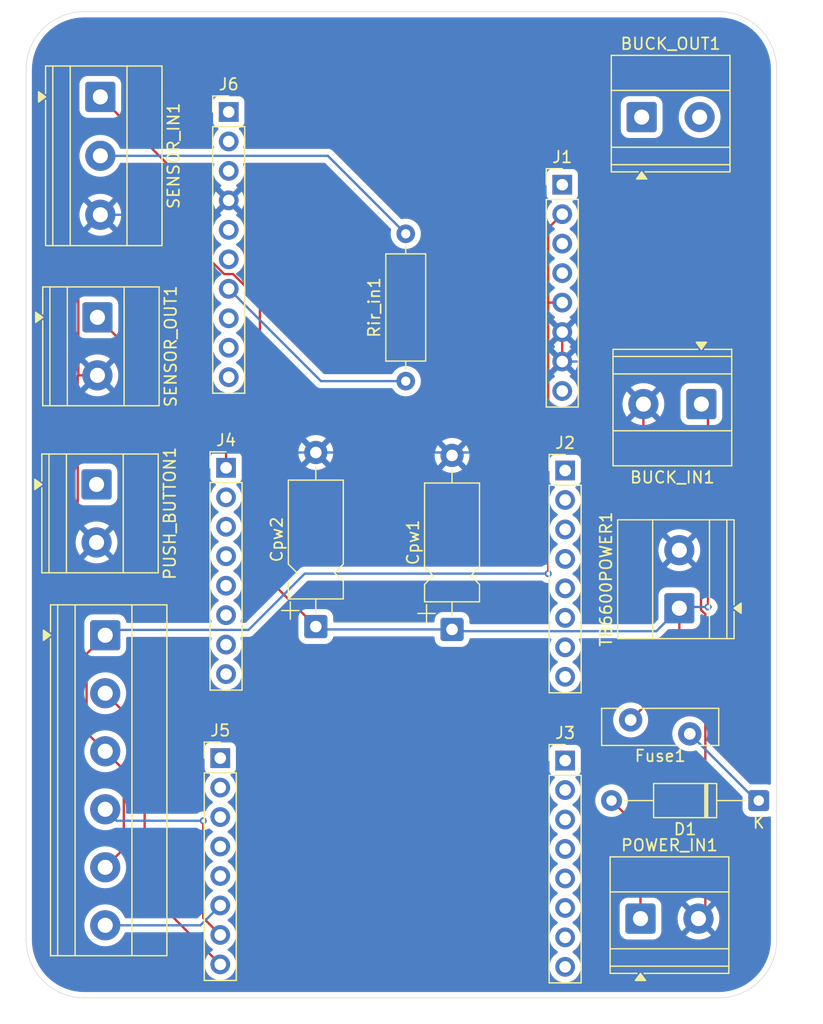
<source format=kicad_pcb>
(kicad_pcb (version 20241229) (generator "pcbnew") (generator_version "9.0")
  (layers (0 "F.Cu" signal) (2 "B.Cu" signal) (13 "F.Paste" user) (15 "B.Paste" user) (5 "F.SilkS" user "F.Silkscreen") (7 "B.SilkS" user "B.Silkscreen") (1 "F.Mask" user) (3 "B.Mask" user) (25 "Edge.Cuts" user))
  (net 0 "")
  (net 1 "GND")
  (net 2 "/24V")
  (net 3 "Net-(D1-K)")
  (net 4 "Net-(D1-A)")
  (net 5 "/5V")
  (net 28 "/S{slash}S button")
  (net 29 "/IR_OUT")
  (net 34 "/EN")
  (net 36 "/PUL")
  (net 39 "/DIR")
  (net 41 "/SCL")
  (net 44 "/SDA")
  (net 45 "/IR_IN")
  (net 50 "Net-(SENSOR_IN1-Pin_2)")
  (footprint "TerminalBlock_Phoenix:TerminalBlock_Phoenix_MKDS-1,5-2_1x02_P5.00mm_Horizontal" (layer "F.Cu") (at 165.25 99.0775 180)
    (property "Reference" "BUCK_IN1" (at 2.5 -6.32 0) (layer "F.SilkS"))
    (property "Value" "IN24V")
    (fp_line (start 7.62 4.72) (end 0.3 4.72) (stroke (width 0.12)) (layer "F.SilkS"))
    (fp_line (start 7.62 -5.32) (end 7.62 4.72) (stroke (width 0.12)) (layer "F.SilkS"))
    (fp_line (start -0.3 4.72) (end -2.62 4.72) (stroke (width 0.12)) (layer "F.SilkS"))
    (fp_line (start -2.62 4.72) (end -2.62 -5.32) (stroke (width 0.12)) (layer "F.SilkS"))
    (fp_line (start -2.62 4.1) (end 7.62 4.1) (stroke (width 0.12)) (layer "F.SilkS"))
    (fp_line (start -2.62 2.6) (end 7.62 2.6) (stroke (width 0.12)) (layer "F.SilkS"))
    (fp_line (start -2.62 -2.3) (end 7.62 -2.3) (stroke (width 0.12)) (layer "F.SilkS"))
    (fp_line (start -2.62 -5.32) (end 7.62 -5.32) (stroke (width 0.12)) (layer "F.SilkS"))
    (fp_poly (pts (xy 0 4.72) (xy 0.44 5.33) (xy -0.44 5.33)) (stroke (width 0.12)) (fill yes) (layer "F.SilkS"))
    (pad "1" thru_hole roundrect (at 0 0 180) (size 2.6 2.6) (drill 1.3) (layers "*.Cu" "*.Mask") (roundrect_rratio 0.096154) (net 2 "/24V"))
    (pad "2" thru_hole circle (at 5 0 180) (size 2.6 2.6) (drill 1.3) (layers "*.Cu" "*.Mask") (net 1 "GND"))
  )
  (footprint "Capacitor_THT:CP_Axial_L10.0mm_D4.5mm_P15.00mm_Horizontal" (layer "F.Cu") (at 131.9925 118.25 90)
    (property "Reference" "Cpw2" (at 7.5 -3.37 90) (layer "F.SilkS"))
    (property "Value" "0.1uF")
    (fp_line (start 1.38 -2.95) (end 1.38 -1.45) (stroke (width 0.12)) (layer "F.SilkS"))
    (fp_line (start 12.62 -2.37) (end 12.62 2.37) (stroke (width 0.12)) (layer "F.SilkS"))
    (fp_line (start 5.38 -2.37) (end 12.62 -2.37) (stroke (width 0.12)) (layer "F.SilkS"))
    (fp_line (start 3.88 -2.37) (end 4.63 -1.62) (stroke (width 0.12)) (layer "F.SilkS"))
    (fp_line (start 2.38 -2.37) (end 3.88 -2.37) (stroke (width 0.12)) (layer "F.SilkS"))
    (fp_line (start 2.38 -2.37) (end 2.38 2.37) (stroke (width 0.12)) (layer "F.SilkS"))
    (fp_line (start 0.63 -2.2) (end 2.13 -2.2) (stroke (width 0.12)) (layer "F.SilkS"))
    (fp_line (start 4.63 -1.62) (end 5.38 -2.37) (stroke (width 0.12)) (layer "F.SilkS"))
    (fp_line (start 13.76 0) (end 12.62 0) (stroke (width 0.12)) (layer "F.SilkS"))
    (fp_line (start 1.24 0) (end 2.38 0) (stroke (width 0.12)) (layer "F.SilkS"))
    (fp_line (start 4.63 1.62) (end 5.38 2.37) (stroke (width 0.12)) (layer "F.SilkS"))
    (fp_line (start 5.38 2.37) (end 12.62 2.37) (stroke (width 0.12)) (layer "F.SilkS"))
    (fp_line (start 3.88 2.37) (end 4.63 1.62) (stroke (width 0.12)) (layer "F.SilkS"))
    (fp_line (start 2.38 2.37) (end 3.88 2.37) (stroke (width 0.12)) (layer "F.SilkS"))
    (pad "1" thru_hole roundrect (at 0 0 90) (size 2 2) (drill 1) (layers "*.Cu" "*.Mask") (roundrect_rratio 0.125) (net 2 "/24V"))
    (pad "2" thru_hole circle (at 15 0 90) (size 2 2) (drill 1) (layers "*.Cu" "*.Mask") (net 1 "GND"))
  )
  (footprint "Connector_PinHeader_2.54mm:PinHeader_1x08_P2.54mm_Vertical" (layer "F.Cu") (at 153.25 80.17)
    (property "Reference" "J1" (at 0 -2.38 0) (layer "F.SilkS"))
    (property "Value" "Conn_01x08_Pin" (hide yes))
    (fp_line (start -1.38 -1.38) (end 0 -1.38) (stroke (width 0.12)) (layer "F.SilkS"))
    (fp_line (start -1.38 0) (end -1.38 -1.38) (stroke (width 0.12)) (layer "F.SilkS"))
    (fp_line (start -1.38 1.27) (end -1.38 19.16) (stroke (width 0.12)) (layer "F.SilkS"))
    (fp_line (start -1.38 1.27) (end 1.38 1.27) (stroke (width 0.12)) (layer "F.SilkS"))
    (fp_line (start -1.38 19.16) (end 1.38 19.16) (stroke (width 0.12)) (layer "F.SilkS"))
    (fp_line (start 1.38 1.27) (end 1.38 19.16) (stroke (width 0.12)) (layer "F.SilkS"))
    (pad "1" thru_hole rect (at 0 0) (size 1.7 1.7) (drill 1) (layers "*.Cu" "*.Mask"))
    (pad "2" thru_hole circle (at 0 2.54) (size 1.7 1.7) (drill 1) (layers "*.Cu" "*.Mask") (net 5 "/5V"))
    (pad "3" thru_hole circle (at 0 5.08) (size 1.7 1.7) (drill 1) (layers "*.Cu" "*.Mask"))
    (pad "4" thru_hole circle (at 0 7.62) (size 1.7 1.7) (drill 1) (layers "*.Cu" "*.Mask"))
    (pad "5" thru_hole circle (at 0 10.16) (size 1.7 1.7) (drill 1) (layers "*.Cu" "*.Mask") (net 5 "/5V"))
    (pad "6" thru_hole circle (at 0 12.7) (size 1.7 1.7) (drill 1) (layers "*.Cu" "*.Mask") (net 1 "GND"))
    (pad "7" thru_hole circle (at 0 15.24) (size 1.7 1.7) (drill 1) (layers "*.Cu" "*.Mask") (net 1 "GND"))
    (pad "8" thru_hole circle (at 0 17.78) (size 1.7 1.7) (drill 1) (layers "*.Cu" "*.Mask"))
  )
  (footprint "Resistor_THT:R_Axial_DIN0309_L9.0mm_D3.2mm_P12.70mm_Horizontal" (layer "F.Cu") (at 139.75 97.1 90)
    (property "Reference" "Rir_in1" (at 6.35 -2.72 90) (layer "F.SilkS"))
    (property "Value" "1KΩ")
    (fp_line (start 11.66 0) (end 10.97 0) (stroke (width 0.12)) (layer "F.SilkS"))
    (fp_line (start 1.04 0) (end 1.73 0) (stroke (width 0.12)) (layer "F.SilkS"))
    (fp_rect (start 1.73 -1.72) (end 10.97 1.72) (stroke (width 0.12)) (fill no) (layer "F.SilkS"))
    (pad "1" thru_hole circle (at 0 0 90) (size 1.6 1.6) (drill 0.8) (layers "*.Cu" "*.Mask") (net 45 "/IR_IN"))
    (pad "2" thru_hole circle (at 12.7 0 90) (size 1.6 1.6) (drill 0.8) (layers "*.Cu" "*.Mask") (net 50 "Net-(SENSOR_IN1-Pin_2)"))
  )
  (footprint "TerminalBlock_Phoenix:TerminalBlock_Phoenix_MKDS-1,5-2_1x02_P5.00mm_Horizontal" (layer "F.Cu") (at 160 143.4225)
    (property "Reference" "POWER_IN1" (at 2.5 -6.32 0) (layer "F.SilkS"))
    (property "Value" "IN24V")
    (fp_line (start -2.62 -5.32) (end 7.62 -5.32) (stroke (width 0.12)) (layer "F.SilkS"))
    (fp_line (start -2.62 -2.3) (end 7.62 -2.3) (stroke (width 0.12)) (layer "F.SilkS"))
    (fp_line (start -2.62 2.6) (end 7.62 2.6) (stroke (width 0.12)) (layer "F.SilkS"))
    (fp_line (start -2.62 4.1) (end 7.62 4.1) (stroke (width 0.12)) (layer "F.SilkS"))
    (fp_line (start -2.62 4.72) (end -2.62 -5.32) (stroke (width 0.12)) (layer "F.SilkS"))
    (fp_line (start -0.3 4.72) (end -2.62 4.72) (stroke (width 0.12)) (layer "F.SilkS"))
    (fp_line (start 7.62 -5.32) (end 7.62 4.72) (stroke (width 0.12)) (layer "F.SilkS"))
    (fp_line (start 7.62 4.72) (end 0.3 4.72) (stroke (width 0.12)) (layer "F.SilkS"))
    (fp_poly (pts (xy 0 4.72) (xy 0.44 5.33) (xy -0.44 5.33)) (stroke (width 0.12)) (fill yes) (layer "F.SilkS"))
    (pad "1" thru_hole roundrect (at 0 0) (size 2.6 2.6) (drill 1.3) (layers "*.Cu" "*.Mask") (roundrect_rratio 0.096154) (net 4 "Net-(D1-A)"))
    (pad "2" thru_hole circle (at 5 0) (size 2.6 2.6) (drill 1.3) (layers "*.Cu" "*.Mask") (net 1 "GND"))
  )
  (footprint "Fuse:Fuse_Bourns_MF-RG400" (layer "F.Cu") (at 164.25 127.5 180)
    (property "Reference" "Fuse1" (at 2.55 -1.9 0) (layer "F.SilkS"))
    (property "Value" "PTCFuse")
    (fp_line (start 7.6 2.2) (end 5.938 2.2) (stroke (width 0.12)) (layer "F.SilkS"))
    (fp_line (start 7.6 -1) (end 7.6 2.2) (stroke (width 0.12)) (layer "F.SilkS"))
    (fp_line (start 4.262 2.2) (end -2.5 2.2) (stroke (width 0.12)) (layer "F.SilkS"))
    (fp_line (start 0.838 -1) (end 7.6 -1) (stroke (width 0.12)) (layer "F.SilkS"))
    (fp_line (start -2.5 2.2) (end -2.5 -1) (stroke (width 0.12)) (layer "F.SilkS"))
    (fp_line (start -2.5 -1) (end -0.838 -1) (stroke (width 0.12)) (layer "F.SilkS"))
    (pad "1" thru_hole circle (at 0 0 180) (size 2.01 2.01) (drill 1.01) (layers "*.Cu" "*.Mask") (net 3 "Net-(D1-K)"))
    (pad "2" thru_hole circle (at 5.1 1.2 180) (size 2.01 2.01) (drill 1.01) (layers "*.Cu" "*.Mask") (net 2 "/24V"))
  )
  (footprint "Connector_PinHeader_2.54mm:PinHeader_1x08_P2.54mm_Vertical" (layer "F.Cu") (at 123.75 129.59)
    (property "Reference" "J5" (at 0 -2.38 0) (layer "F.SilkS"))
    (property "Value" "Conn_01x08_Pin" (hide yes))
    (fp_line (start -1.38 -1.38) (end 0 -1.38) (stroke (width 0.12)) (layer "F.SilkS"))
    (fp_line (start -1.38 0) (end -1.38 -1.38) (stroke (width 0.12)) (layer "F.SilkS"))
    (fp_line (start -1.38 1.27) (end -1.38 19.16) (stroke (width 0.12)) (layer "F.SilkS"))
    (fp_line (start -1.38 1.27) (end 1.38 1.27) (stroke (width 0.12)) (layer "F.SilkS"))
    (fp_line (start -1.38 19.16) (end 1.38 19.16) (stroke (width 0.12)) (layer "F.SilkS"))
    (fp_line (start 1.38 1.27) (end 1.38 19.16) (stroke (width 0.12)) (layer "F.SilkS"))
    (pad "1" thru_hole rect (at 0 0) (size 1.7 1.7) (drill 1) (layers "*.Cu" "*.Mask"))
    (pad "2" thru_hole circle (at 0 2.54) (size 1.7 1.7) (drill 1) (layers "*.Cu" "*.Mask"))
    (pad "3" thru_hole circle (at 0 5.08) (size 1.7 1.7) (drill 1) (layers "*.Cu" "*.Mask"))
    (pad "4" thru_hole circle (at 0 7.62) (size 1.7 1.7) (drill 1) (layers "*.Cu" "*.Mask"))
    (pad "5" thru_hole circle (at 0 10.16) (size 1.7 1.7) (drill 1) (layers "*.Cu" "*.Mask"))
    (pad "6" thru_hole circle (at 0 12.7) (size 1.7 1.7) (drill 1) (layers "*.Cu" "*.Mask") (net 34 "/EN"))
    (pad "7" thru_hole circle (at 0 15.24) (size 1.7 1.7) (drill 1) (layers "*.Cu" "*.Mask") (net 39 "/DIR"))
    (pad "8" thru_hole circle (at 0 17.78) (size 1.7 1.7) (drill 1) (layers "*.Cu" "*.Mask") (net 36 "/PUL"))
  )
  (footprint "Diode_THT:D_A-405_P12.70mm_Horizontal" (layer "F.Cu") (at 170.2 133.25 180)
    (property "Reference" "D1" (at 6.35 -2.47 0) (layer "F.SilkS"))
    (property "Value" "D1sch")
    (fp_line (start 11.56 0) (end 9.07 0) (stroke (width 0.12)) (layer "F.SilkS"))
    (fp_line (start 4.65 -1.47) (end 4.65 1.47) (stroke (width 0.12)) (layer "F.SilkS"))
    (fp_line (start 4.53 -1.47) (end 4.53 1.47) (stroke (width 0.12)) (layer "F.SilkS"))
    (fp_line (start 4.41 -1.47) (end 4.41 1.47) (stroke (width 0.12)) (layer "F.SilkS"))
    (fp_line (start 1.14 0) (end 3.63 0) (stroke (width 0.12)) (layer "F.SilkS"))
    (fp_rect (start 3.63 -1.47) (end 9.07 1.47) (stroke (width 0.12)) (fill no) (layer "F.SilkS"))
    (fp_text user "K" (at 0 -1.9 0) (layer "F.SilkS"))
    (pad "1" thru_hole roundrect (at 0 0 180) (size 1.8 1.8) (drill 0.9) (layers "*.Cu" "*.Mask") (roundrect_rratio 0.138889) (net 3 "Net-(D1-K)"))
    (pad "2" thru_hole circle (at 12.7 0 180) (size 1.8 1.8) (drill 0.9) (layers "*.Cu" "*.Mask") (net 4 "Net-(D1-A)"))
  )
  (footprint "Connector_PinHeader_2.54mm:PinHeader_1x08_P2.54mm_Vertical" (layer "F.Cu") (at 124.25 104.57)
    (property "Reference" "J4" (at 0 -2.38 0) (layer "F.SilkS"))
    (property "Value" "Conn_01x08_Pin" (hide yes))
    (fp_line (start -1.38 -1.38) (end 0 -1.38) (stroke (width 0.12)) (layer "F.SilkS"))
    (fp_line (start -1.38 0) (end -1.38 -1.38) (stroke (width 0.12)) (layer "F.SilkS"))
    (fp_line (start -1.38 1.27) (end -1.38 19.16) (stroke (width 0.12)) (layer "F.SilkS"))
    (fp_line (start -1.38 1.27) (end 1.38 1.27) (stroke (width 0.12)) (layer "F.SilkS"))
    (fp_line (start -1.38 19.16) (end 1.38 19.16) (stroke (width 0.12)) (layer "F.SilkS"))
    (fp_line (start 1.38 1.27) (end 1.38 19.16) (stroke (width 0.12)) (layer "F.SilkS"))
    (pad "1" thru_hole rect (at 0 0) (size 1.7 1.7) (drill 1) (layers "*.Cu" "*.Mask") (net 29 "/IR_OUT"))
    (pad "2" thru_hole circle (at 0 2.54) (size 1.7 1.7) (drill 1) (layers "*.Cu" "*.Mask"))
    (pad "3" thru_hole circle (at 0 5.08) (size 1.7 1.7) (drill 1) (layers "*.Cu" "*.Mask"))
    (pad "4" thru_hole circle (at 0 7.62) (size 1.7 1.7) (drill 1) (layers "*.Cu" "*.Mask"))
    (pad "5" thru_hole circle (at 0 10.16) (size 1.7 1.7) (drill 1) (layers "*.Cu" "*.Mask"))
    (pad "6" thru_hole circle (at 0 12.7) (size 1.7 1.7) (drill 1) (layers "*.Cu" "*.Mask"))
    (pad "7" thru_hole circle (at 0 15.24) (size 1.7 1.7) (drill 1) (layers "*.Cu" "*.Mask"))
    (pad "8" thru_hole circle (at 0 17.78) (size 1.7 1.7) (drill 1) (layers "*.Cu" "*.Mask"))
  )
  (footprint "TerminalBlock_Phoenix:TerminalBlock_Phoenix_MKDS-1,5-3-5.08_1x03_P5.08mm_Horizontal" (layer "F.Cu") (at 113.405 72.6 -90)
    (property "Reference" "SENSOR_IN1" (at 5.08 -6.32 90) (layer "F.SilkS"))
    (property "Value" "~")
    (fp_line (start -2.66 4.72) (end -2.66 -5.32) (stroke (width 0.12)) (layer "F.SilkS"))
    (fp_line (start -0.3 4.72) (end -2.66 4.72) (stroke (width 0.12)) (layer "F.SilkS"))
    (fp_line (start 12.82 4.72) (end 0.3 4.72) (stroke (width 0.12)) (layer "F.SilkS"))
    (fp_line (start -2.66 4.1) (end 12.82 4.1) (stroke (width 0.12)) (layer "F.SilkS"))
    (fp_line (start -2.66 2.6) (end 12.82 2.6) (stroke (width 0.12)) (layer "F.SilkS"))
    (fp_line (start -2.66 -2.3) (end 12.82 -2.3) (stroke (width 0.12)) (layer "F.SilkS"))
    (fp_line (start -2.66 -5.32) (end 12.82 -5.32) (stroke (width 0.12)) (layer "F.SilkS"))
    (fp_line (start 12.82 -5.32) (end 12.82 4.72) (stroke (width 0.12)) (layer "F.SilkS"))
    (fp_poly (pts (xy 0 4.72) (xy 0.44 5.33) (xy -0.44 5.33)) (stroke (width 0.12)) (fill yes) (layer "F.SilkS"))
    (pad "1" thru_hole roundrect (at 0 0 270) (size 2.6 2.6) (drill 1.3) (layers "*.Cu" "*.Mask") (roundrect_rratio 0.096154) (net 2 "/24V"))
    (pad "2" thru_hole circle (at 5.08 0 270) (size 2.6 2.6) (drill 1.3) (layers "*.Cu" "*.Mask") (net 50 "Net-(SENSOR_IN1-Pin_2)"))
    (pad "3" thru_hole circle (at 10.16 0 270) (size 2.6 2.6) (drill 1.3) (layers "*.Cu" "*.Mask") (net 1 "GND"))
  )
  (footprint "Capacitor_THT:CP_Axial_L10.0mm_D4.5mm_P15.00mm_Horizontal" (layer "F.Cu") (at 143.7425 118.5 90)
    (property "Reference" "Cpw1" (at 7.5 -3.37 90) (layer "F.SilkS"))
    (property "Value" "470uF")
    (fp_line (start 1.38 -2.95) (end 1.38 -1.45) (stroke (width 0.12)) (layer "F.SilkS"))
    (fp_line (start 12.62 -2.37) (end 12.62 2.37) (stroke (width 0.12)) (layer "F.SilkS"))
    (fp_line (start 5.38 -2.37) (end 12.62 -2.37) (stroke (width 0.12)) (layer "F.SilkS"))
    (fp_line (start 3.88 -2.37) (end 4.63 -1.62) (stroke (width 0.12)) (layer "F.SilkS"))
    (fp_line (start 2.38 -2.37) (end 3.88 -2.37) (stroke (width 0.12)) (layer "F.SilkS"))
    (fp_line (start 2.38 -2.37) (end 2.38 2.37) (stroke (width 0.12)) (layer "F.SilkS"))
    (fp_line (start 0.63 -2.2) (end 2.13 -2.2) (stroke (width 0.12)) (layer "F.SilkS"))
    (fp_line (start 4.63 -1.62) (end 5.38 -2.37) (stroke (width 0.12)) (layer "F.SilkS"))
    (fp_line (start 13.76 0) (end 12.62 0) (stroke (width 0.12)) (layer "F.SilkS"))
    (fp_line (start 1.24 0) (end 2.38 0) (stroke (width 0.12)) (layer "F.SilkS"))
    (fp_line (start 4.63 1.62) (end 5.38 2.37) (stroke (width 0.12)) (layer "F.SilkS"))
    (fp_line (start 5.38 2.37) (end 12.62 2.37) (stroke (width 0.12)) (layer "F.SilkS"))
    (fp_line (start 3.88 2.37) (end 4.63 1.62) (stroke (width 0.12)) (layer "F.SilkS"))
    (fp_line (start 2.38 2.37) (end 3.88 2.37) (stroke (width 0.12)) (layer "F.SilkS"))
    (pad "1" thru_hole roundrect (at 0 0 90) (size 2 2) (drill 1) (layers "*.Cu" "*.Mask") (roundrect_rratio 0.125) (net 2 "/24V"))
    (pad "2" thru_hole circle (at 15 0 90) (size 2 2) (drill 1) (layers "*.Cu" "*.Mask") (net 1 "GND"))
  )
  (footprint "TerminalBlock_Phoenix:TerminalBlock_Phoenix_MKDS-1,5-2_1x02_P5.00mm_Horizontal" (layer "F.Cu") (at 113.155 91.6 -90)
    (property "Reference" "SENSOR_OUT1" (at 2.5 -6.32 90) (layer "F.SilkS"))
    (property "Value" "~")
    (fp_line (start -2.62 4.72) (end -2.62 -5.32) (stroke (width 0.12)) (layer "F.SilkS"))
    (fp_line (start -0.3 4.72) (end -2.62 4.72) (stroke (width 0.12)) (layer "F.SilkS"))
    (fp_line (start 7.62 4.72) (end 0.3 4.72) (stroke (width 0.12)) (layer "F.SilkS"))
    (fp_line (start -2.62 4.1) (end 7.62 4.1) (stroke (width 0.12)) (layer "F.SilkS"))
    (fp_line (start -2.62 2.6) (end 7.62 2.6) (stroke (width 0.12)) (layer "F.SilkS"))
    (fp_line (start -2.62 -2.3) (end 7.62 -2.3) (stroke (width 0.12)) (layer "F.SilkS"))
    (fp_line (start -2.62 -5.32) (end 7.62 -5.32) (stroke (width 0.12)) (layer "F.SilkS"))
    (fp_line (start 7.62 -5.32) (end 7.62 4.72) (stroke (width 0.12)) (layer "F.SilkS"))
    (fp_poly (pts (xy 0 4.72) (xy 0.44 5.33) (xy -0.44 5.33)) (stroke (width 0.12)) (fill yes) (layer "F.SilkS"))
    (pad "1" thru_hole roundrect (at 0 0 270) (size 2.6 2.6) (drill 1.3) (layers "*.Cu" "*.Mask") (roundrect_rratio 0.096154) (net 29 "/IR_OUT"))
    (pad "2" thru_hole circle (at 5 0 270) (size 2.6 2.6) (drill 1.3) (layers "*.Cu" "*.Mask") (net 1 "GND"))
  )
  (footprint "Connector_PinHeader_2.54mm:PinHeader_1x08_P2.54mm_Vertical" (layer "F.Cu") (at 153.5 129.8)
    (property "Reference" "J3" (at 0 -2.38 0) (layer "F.SilkS"))
    (property "Value" "Conn_01x08_Pin" (hide yes))
    (fp_line (start -1.38 -1.38) (end 0 -1.38) (stroke (width 0.12)) (layer "F.SilkS"))
    (fp_line (start -1.38 0) (end -1.38 -1.38) (stroke (width 0.12)) (layer "F.SilkS"))
    (fp_line (start -1.38 1.27) (end -1.38 19.16) (stroke (width 0.12)) (layer "F.SilkS"))
    (fp_line (start -1.38 1.27) (end 1.38 1.27) (stroke (width 0.12)) (layer "F.SilkS"))
    (fp_line (start -1.38 19.16) (end 1.38 19.16) (stroke (width 0.12)) (layer "F.SilkS"))
    (fp_line (start 1.38 1.27) (end 1.38 19.16) (stroke (width 0.12)) (layer "F.SilkS"))
    (pad "1" thru_hole rect (at 0 0) (size 1.7 1.7) (drill 1) (layers "*.Cu" "*.Mask"))
    (pad "2" thru_hole circle (at 0 2.54) (size 1.7 1.7) (drill 1) (layers "*.Cu" "*.Mask"))
    (pad "3" thru_hole circle (at 0 5.08) (size 1.7 1.7) (drill 1) (layers "*.Cu" "*.Mask"))
    (pad "4" thru_hole circle (at 0 7.62) (size 1.7 1.7) (drill 1) (layers "*.Cu" "*.Mask"))
    (pad "5" thru_hole circle (at 0 10.16) (size 1.7 1.7) (drill 1) (layers "*.Cu" "*.Mask"))
    (pad "6" thru_hole circle (at 0 12.7) (size 1.7 1.7) (drill 1) (layers "*.Cu" "*.Mask"))
    (pad "7" thru_hole circle (at 0 15.24) (size 1.7 1.7) (drill 1) (layers "*.Cu" "*.Mask"))
    (pad "8" thru_hole circle (at 0 17.78) (size 1.7 1.7) (drill 1) (layers "*.Cu" "*.Mask"))
  )
  (footprint "Connector_PinHeader_2.54mm:PinHeader_1x10_P2.54mm_Vertical" (layer "F.Cu") (at 124.48 73.9)
    (property "Reference" "J6" (at 0 -2.38 0) (layer "F.SilkS"))
    (property "Value" "Conn_01x10_Pin" (hide yes))
    (fp_line (start -1.38 -1.38) (end 0 -1.38) (stroke (width 0.12)) (layer "F.SilkS"))
    (fp_line (start -1.38 0) (end -1.38 -1.38) (stroke (width 0.12)) (layer "F.SilkS"))
    (fp_line (start -1.38 1.27) (end -1.38 24.24) (stroke (width 0.12)) (layer "F.SilkS"))
    (fp_line (start -1.38 1.27) (end 1.38 1.27) (stroke (width 0.12)) (layer "F.SilkS"))
    (fp_line (start -1.38 24.24) (end 1.38 24.24) (stroke (width 0.12)) (layer "F.SilkS"))
    (fp_line (start 1.38 1.27) (end 1.38 24.24) (stroke (width 0.12)) (layer "F.SilkS"))
    (pad "1" thru_hole rect (at 0 0) (size 1.7 1.7) (drill 1) (layers "*.Cu" "*.Mask") (net 41 "/SCL"))
    (pad "2" thru_hole circle (at 0 2.54) (size 1.7 1.7) (drill 1) (layers "*.Cu" "*.Mask") (net 44 "/SDA"))
    (pad "3" thru_hole circle (at 0 5.08) (size 1.7 1.7) (drill 1) (layers "*.Cu" "*.Mask"))
    (pad "4" thru_hole circle (at 0 7.62) (size 1.7 1.7) (drill 1) (layers "*.Cu" "*.Mask") (net 1 "GND"))
    (pad "5" thru_hole circle (at 0 10.16) (size 1.7 1.7) (drill 1) (layers "*.Cu" "*.Mask"))
    (pad "6" thru_hole circle (at 0 12.7) (size 1.7 1.7) (drill 1) (layers "*.Cu" "*.Mask"))
    (pad "7" thru_hole circle (at 0 15.24) (size 1.7 1.7) (drill 1) (layers "*.Cu" "*.Mask") (net 45 "/IR_IN"))
    (pad "8" thru_hole circle (at 0 17.78) (size 1.7 1.7) (drill 1) (layers "*.Cu" "*.Mask"))
    (pad "9" thru_hole circle (at 0 20.32) (size 1.7 1.7) (drill 1) (layers "*.Cu" "*.Mask"))
    (pad "10" thru_hole circle (at 0 22.86) (size 1.7 1.7) (drill 1) (layers "*.Cu" "*.Mask"))
  )
  (footprint "TerminalBlock_Phoenix:TerminalBlock_Phoenix_MKDS-1,5-2_1x02_P5.00mm_Horizontal" (layer "F.Cu") (at 160.1 74.3425)
    (property "Reference" "BUCK_OUT1" (at 2.5 -6.32 0) (layer "F.SilkS"))
    (property "Value" "OUT12V")
    (fp_line (start -2.62 -5.32) (end 7.62 -5.32) (stroke (width 0.12)) (layer "F.SilkS"))
    (fp_line (start -2.62 -2.3) (end 7.62 -2.3) (stroke (width 0.12)) (layer "F.SilkS"))
    (fp_line (start -2.62 2.6) (end 7.62 2.6) (stroke (width 0.12)) (layer "F.SilkS"))
    (fp_line (start -2.62 4.1) (end 7.62 4.1) (stroke (width 0.12)) (layer "F.SilkS"))
    (fp_line (start -2.62 4.72) (end -2.62 -5.32) (stroke (width 0.12)) (layer "F.SilkS"))
    (fp_line (start -0.3 4.72) (end -2.62 4.72) (stroke (width 0.12)) (layer "F.SilkS"))
    (fp_line (start 7.62 -5.32) (end 7.62 4.72) (stroke (width 0.12)) (layer "F.SilkS"))
    (fp_line (start 7.62 4.72) (end 0.3 4.72) (stroke (width 0.12)) (layer "F.SilkS"))
    (fp_poly (pts (xy 0 4.72) (xy 0.44 5.33) (xy -0.44 5.33)) (stroke (width 0.12)) (fill yes) (layer "F.SilkS"))
    (pad "1" thru_hole roundrect (at 0 0) (size 2.6 2.6) (drill 1.3) (layers "*.Cu" "*.Mask") (roundrect_rratio 0.096154))
    (pad "2" thru_hole circle (at 5 0) (size 2.6 2.6) (drill 1.3) (layers "*.Cu" "*.Mask"))
  )
  (footprint "TerminalBlock_Phoenix:TerminalBlock_Phoenix_MKDS-1,5-2_1x02_P5.00mm_Horizontal" (layer "F.Cu") (at 163.35 116.67 90)
    (property "Reference" "TB6600POWER1" (at 2.5 -6.32 90) (layer "F.SilkS"))
    (property "Value" "POWER24V")
    (fp_line (start 7.62 -5.32) (end 7.62 4.72) (stroke (width 0.12)) (layer "F.SilkS"))
    (fp_line (start -2.62 -5.32) (end 7.62 -5.32) (stroke (width 0.12)) (layer "F.SilkS"))
    (fp_line (start -2.62 -2.3) (end 7.62 -2.3) (stroke (width 0.12)) (layer "F.SilkS"))
    (fp_line (start -2.62 2.6) (end 7.62 2.6) (stroke (width 0.12)) (layer "F.SilkS"))
    (fp_line (start -2.62 4.1) (end 7.62 4.1) (stroke (width 0.12)) (layer "F.SilkS"))
    (fp_line (start 7.62 4.72) (end 0.3 4.72) (stroke (width 0.12)) (layer "F.SilkS"))
    (fp_line (start -0.3 4.72) (end -2.62 4.72) (stroke (width 0.12)) (layer "F.SilkS"))
    (fp_line (start -2.62 4.72) (end -2.62 -5.32) (stroke (width 0.12)) (layer "F.SilkS"))
    (fp_poly (pts (xy 0 4.72) (xy 0.44 5.33) (xy -0.44 5.33)) (stroke (width 0.12)) (fill yes) (layer "F.SilkS"))
    (pad "1" thru_hole roundrect (at 0 0 90) (size 2.6 2.6) (drill 1.3) (layers "*.Cu" "*.Mask") (roundrect_rratio 0.096154) (net 2 "/24V"))
    (pad "2" thru_hole circle (at 5 0 90) (size 2.6 2.6) (drill 1.3) (layers "*.Cu" "*.Mask") (net 1 "GND"))
  )
  (footprint "Connector_PinHeader_2.54mm:PinHeader_1x08_P2.54mm_Vertical" (layer "F.Cu") (at 153.5 104.8)
    (property "Reference" "J2" (at 0 -2.38 0) (layer "F.SilkS"))
    (property "Value" "Conn_01x08_Pin" (hide yes))
    (fp_line (start -1.38 -1.38) (end 0 -1.38) (stroke (width 0.12)) (layer "F.SilkS"))
    (fp_line (start -1.38 0) (end -1.38 -1.38) (stroke (width 0.12)) (layer "F.SilkS"))
    (fp_line (start -1.38 1.27) (end -1.38 19.16) (stroke (width 0.12)) (layer "F.SilkS"))
    (fp_line (start -1.38 1.27) (end 1.38 1.27) (stroke (width 0.12)) (layer "F.SilkS"))
    (fp_line (start -1.38 19.16) (end 1.38 19.16) (stroke (width 0.12)) (layer "F.SilkS"))
    (fp_line (start 1.38 1.27) (end 1.38 19.16) (stroke (width 0.12)) (layer "F.SilkS"))
    (pad "1" thru_hole rect (at 0 0) (size 1.7 1.7) (drill 1) (layers "*.Cu" "*.Mask"))
    (pad "2" thru_hole circle (at 0 2.54) (size 1.7 1.7) (drill 1) (layers "*.Cu" "*.Mask"))
    (pad "3" thru_hole circle (at 0 5.08) (size 1.7 1.7) (drill 1) (layers "*.Cu" "*.Mask"))
    (pad "4" thru_hole circle (at 0 7.62) (size 1.7 1.7) (drill 1) (layers "*.Cu" "*.Mask"))
    (pad "5" thru_hole circle (at 0 10.16) (size 1.7 1.7) (drill 1) (layers "*.Cu" "*.Mask"))
    (pad "6" thru_hole circle (at 0 12.7) (size 1.7 1.7) (drill 1) (layers "*.Cu" "*.Mask"))
    (pad "7" thru_hole circle (at 0 15.24) (size 1.7 1.7) (drill 1) (layers "*.Cu" "*.Mask"))
    (pad "8" thru_hole circle (at 0 17.78) (size 1.7 1.7) (drill 1) (layers "*.Cu" "*.Mask"))
  )
  (footprint "TerminalBlock_Phoenix:TerminalBlock_Phoenix_MKDS-1,5-2_1x02_P5.00mm_Horizontal" (layer "F.Cu") (at 113.0775 106 -90)
    (property "Reference" "PUSH_BUTTON1" (at 2.5 -6.32 90) (layer "F.SilkS"))
    (property "Value" "~")
    (fp_line (start -2.62 4.72) (end -2.62 -5.32) (stroke (width 0.12)) (layer "F.SilkS"))
    (fp_line (start -0.3 4.72) (end -2.62 4.72) (stroke (width 0.12)) (layer "F.SilkS"))
    (fp_line (start 7.62 4.72) (end 0.3 4.72) (stroke (width 0.12)) (layer "F.SilkS"))
    (fp_line (start -2.62 4.1) (end 7.62 4.1) (stroke (width 0.12)) (layer "F.SilkS"))
    (fp_line (start -2.62 2.6) (end 7.62 2.6) (stroke (width 0.12)) (layer "F.SilkS"))
    (fp_line (start -2.62 -2.3) (end 7.62 -2.3) (stroke (width 0.12)) (layer "F.SilkS"))
    (fp_line (start -2.62 -5.32) (end 7.62 -5.32) (stroke (width 0.12)) (layer "F.SilkS"))
    (fp_line (start 7.62 -5.32) (end 7.62 4.72) (stroke (width 0.12)) (layer "F.SilkS"))
    (fp_poly (pts (xy 0 4.72) (xy 0.44 5.33) (xy -0.44 5.33)) (stroke (width 0.12)) (fill yes) (layer "F.SilkS"))
    (pad "1" thru_hole roundrect (at 0 0 270) (size 2.6 2.6) (drill 1.3) (layers "*.Cu" "*.Mask") (roundrect_rratio 0.096154) (net 28 "/S{slash}S button"))
    (pad "2" thru_hole circle (at 5 0 270) (size 2.6 2.6) (drill 1.3) (layers "*.Cu" "*.Mask") (net 1 "GND"))
  )
  (footprint "TerminalBlock_Phoenix:TerminalBlock_Phoenix_MKDS-1,5-6_1x06_P5.00mm_Horizontal" (layer "F.Cu") (at 113.8275 119 -90)
    (property "Reference" "TB6600CONTROL1" (hide yes))
    (property "Value" "CONTROL")
    (fp_line (start -2.62 4.72) (end -2.62 -5.32) (stroke (width 0.12)) (layer "F.SilkS"))
    (fp_line (start -0.3 4.72) (end -2.62 4.72) (stroke (width 0.12)) (layer "F.SilkS"))
    (fp_line (start 27.62 4.72) (end 0.3 4.72) (stroke (width 0.12)) (layer "F.SilkS"))
    (fp_line (start -2.62 4.1) (end 27.62 4.1) (stroke (width 0.12)) (layer "F.SilkS"))
    (fp_line (start -2.62 2.6) (end 27.62 2.6) (stroke (width 0.12)) (layer "F.SilkS"))
    (fp_line (start -2.62 -2.3) (end 27.62 -2.3) (stroke (width 0.12)) (layer "F.SilkS"))
    (fp_line (start -2.62 -5.32) (end 27.62 -5.32) (stroke (width 0.12)) (layer "F.SilkS"))
    (fp_line (start 27.62 -5.32) (end 27.62 4.72) (stroke (width 0.12)) (layer "F.SilkS"))
    (fp_poly (pts (xy 0 4.72) (xy 0.44 5.33) (xy -0.44 5.33)) (stroke (width 0.12)) (fill yes) (layer "F.SilkS"))
    (pad "1" thru_hole roundrect (at 0 0 270) (size 2.6 2.6) (drill 1.3) (layers "*.Cu" "*.Mask") (roundrect_rratio 0.096154) (net 5 "/5V"))
    (pad "2" thru_hole circle (at 5 0 270) (size 2.6 2.6) (drill 1.3) (layers "*.Cu" "*.Mask") (net 36 "/PUL"))
    (pad "3" thru_hole circle (at 10 0 270) (size 2.6 2.6) (drill 1.3) (layers "*.Cu" "*.Mask") (net 5 "/5V"))
    (pad "4" thru_hole circle (at 15 0 270) (size 2.6 2.6) (drill 1.3) (layers "*.Cu" "*.Mask") (net 39 "/DIR"))
    (pad "5" thru_hole circle (at 20 0 270) (size 2.6 2.6) (drill 1.3) (layers "*.Cu" "*.Mask") (net 5 "/5V"))
    (pad "6" thru_hole circle (at 25 0 270) (size 2.6 2.6) (drill 1.3) (layers "*.Cu" "*.Mask") (net 34 "/EN"))
  )
  (gr_arc (start 171.75 145.25) (mid 170.285534 148.785534) (end 166.75 150.25) (stroke (width 0.05)) (layer "Edge.Cuts"))
  (gr_arc (start 166.75 65.25) (mid 170.285534 66.714466) (end 171.75 70.25) (stroke (width 0.05)) (layer "Edge.Cuts"))
  (gr_arc (start 107 70.25) (mid 108.464466 66.714466) (end 112 65.25) (stroke (width 0.05)) (layer "Edge.Cuts"))
  (gr_line (start 171.75 70.25) (end 171.75 145.25) (stroke (width 0.05)) (layer "Edge.Cuts"))
  (gr_line (start 107 145.25) (end 107 70.25) (stroke (width 0.05)) (layer "Edge.Cuts"))
  (gr_line (start 112 65.25) (end 166.75 65.25) (stroke (width 0.05)) (layer "Edge.Cuts"))
  (gr_line (start 166.75 150.25) (end 112 150.25) (stroke (width 0.05)) (layer "Edge.Cuts"))
  (gr_arc (start 112 150.25) (mid 108.464466 148.785534) (end 107 145.25) (stroke (width 0.05)) (layer "Edge.Cuts"))
  (segment (start 165.218 116.8121) (end 165.5933 117.1874) (width 0.2) (layer "F.Cu") (net 1))
  (segment (start 111.5097 84.6553) (end 113.405 82.76) (width 0.2) (layer "F.Cu") (net 1))
  (segment (start 160.25 108.57) (end 160.25 99.0775) (width 0.2) (layer "F.Cu") (net 1))
  (segment (start 111.5097 96.6) (end 111.5097 84.6553) (width 0.2) (layer "F.Cu") (net 1))
  (segment (start 165.5933 142.8292) (end 165 143.4225) (width 0.2) (layer "F.Cu") (net 1))
  (segment (start 165.5933 117.1874) (end 165.5933 142.8292) (width 0.2) (layer "F.Cu") (net 1))
  (segment (start 111.4566 96.6531) (end 111.5097 96.6) (width 0.2) (layer "F.Cu") (net 1))
  (segment (start 163.35 111.67) (end 165.218 113.538) (width 0.2) (layer "F.Cu") (net 1))
  (segment (start 153.25 92.87) (end 153.25 95.41) (width 0.2) (layer "F.Cu") (net 1))
  (segment (start 113.0775 111) (end 111.4566 109.3791) (width 0.2) (layer "F.Cu") (net 1))
  (segment (start 163.35 111.67) (end 160.25 108.57) (width 0.2) (layer "F.Cu") (net 1))
  (segment (start 111.4566 109.3791) (end 111.4566 96.6531) (width 0.2) (layer "F.Cu") (net 1))
  (segment (start 113.155 96.6) (end 111.5097 96.6) (width 0.2) (layer "F.Cu") (net 1))
  (segment (start 165.218 113.538) (end 165.218 116.8121) (width 0.2) (layer "F.Cu") (net 1))
  (segment (start 160.25 99.0775) (end 156.5825 95.41) (width 0.2) (layer "B.Cu") (net 1))
  (segment (start 156.0775 103.25) (end 160.25 99.0775) (width 0.2) (layer "B.Cu") (net 1))
  (segment (start 123.24 82.76) (end 124.48 81.52) (width 0.2) (layer "B.Cu") (net 1))
  (segment (start 143.4925 103.25) (end 143.7425 103.5) (width 0.2) (layer "B.Cu") (net 1))
  (segment (start 142.0713 103.25) (end 143.4925 103.25) (width 0.2) (layer "B.Cu") (net 1))
  (segment (start 113.405 82.76) (end 123.24 82.76) (width 0.2) (layer "B.Cu") (net 1))
  (segment (start 119.805 103.25) (end 113.155 96.6) (width 0.2) (layer "B.Cu") (net 1))
  (segment (start 156.5825 95.41) (end 153.25 95.41) (width 0.2) (layer "B.Cu") (net 1))
  (segment (start 142.0713 103.25) (end 131.9925 103.25) (width 0.2) (layer "B.Cu") (net 1))
  (segment (start 131.9925 103.25) (end 119.805 103.25) (width 0.2) (layer "B.Cu") (net 1))
  (segment (start 142.0713 103.25) (end 156.0775 103.25) (width 0.2) (layer "B.Cu") (net 1))
  (segment (start 165.8197 116.563) (end 165.8197 99.6472) (width 0.2) (layer "F.Cu") (net 2))
  (segment (start 166.0517 116.563) (end 165.8197 116.563) (width 0.2) (layer "F.Cu") (net 2))
  (segment (start 113.405 72.6) (end 121.2702 80.4652) (width 0.2) (layer "F.Cu") (net 2))
  (segment (start 127.1689 113.4264) (end 131.9925 118.25) (width 0.2) (layer "F.Cu") (net 2))
  (segment (start 163.35 122.1) (end 159.15 126.3) (width 0.2) (layer "F.Cu") (net 2))
  (segment (start 121.2702 85.0543) (end 124.0859 87.87) (width 0.2) (layer "F.Cu") (net 2))
  (segment (start 124.0859 87.87) (end 124.8577 87.87) (width 0.2) (layer "F.Cu") (net 2))
  (segment (start 165.8197 116.563) (end 166.0517 116.563) (width 0.2) (layer "F.Cu") (net 2))
  (segment (start 124.8577 87.87) (end 127.1689 90.1812) (width 0.2) (layer "F.Cu") (net 2))
  (segment (start 121.2702 80.4652) (end 121.2702 85.0543) (width 0.2) (layer "F.Cu") (net 2))
  (segment (start 165.8197 99.6472) (end 165.25 99.0775) (width 0.2) (layer "F.Cu") (net 2))
  (segment (start 127.1689 90.1812) (end 127.1689 113.4264) (width 0.2) (layer "F.Cu") (net 2))
  (segment (start 163.35 116.67) (end 163.35 122.1) (width 0.2) (layer "F.Cu") (net 2))
  (via (at 165.8197 116.563) (size 0.6) (drill 0.3) (layers "F.Cu" "B.Cu") (net 2))
  (segment (start 143.7425 118.5) (end 132.2425 118.5) (width 0.2) (layer "B.Cu") (net 2))
  (segment (start 165.8197 116.563) (end 166.0517 116.563) (width 0.2) (layer "B.Cu") (net 2))
  (segment (start 161.3681 118.6519) (end 163.35 116.67) (width 0.2) (layer "B.Cu") (net 2))
  (segment (start 166.0517 116.563) (end 165.8197 116.563) (width 0.2) (layer "B.Cu") (net 2))
  (segment (start 143.8944 118.6519) (end 161.3681 118.6519) (width 0.2) (layer "B.Cu") (net 2))
  (segment (start 163.457 116.563) (end 165.8197 116.563) (width 0.2) (layer "B.Cu") (net 2))
  (segment (start 163.35 116.67) (end 163.457 116.563) (width 0.2) (layer "B.Cu") (net 2))
  (segment (start 132.2425 118.5) (end 131.9925 118.25) (width 0.2) (layer "B.Cu") (net 2))
  (segment (start 143.7425 118.5) (end 143.8944 118.6519) (width 0.2) (layer "B.Cu") (net 2))
  (segment (start 170 133.25) (end 164.25 127.5) (width 0.2) (layer "B.Cu") (net 3))
  (segment (start 170.2 133.25) (end 170 133.25) (width 0.2) (layer "B.Cu") (net 3))
  (segment (start 160 135.75) (end 160 143.4225) (width 0.2) (layer "F.Cu") (net 4))
  (segment (start 157.5 133.25) (end 160 135.75) (width 0.2) (layer "F.Cu") (net 4))
  (segment (start 115.4295 137.398) (end 115.4295 130.602) (width 0.2) (layer "F.Cu") (net 5))
  (segment (start 113.8275 129) (end 112.2187 127.3912) (width 0.2) (layer "F.Cu") (net 5))
  (segment (start 153.25 82.71) (end 152.0418 83.9182) (width 0.2) (layer "F.Cu") (net 5))
  (segment (start 115.4295 130.602) (end 113.8275 129) (width 0.2) (layer "F.Cu") (net 5))
  (segment (start 152.0418 90.33) (end 152.0418 113.69) (width 0.2) (layer "F.Cu") (net 5))
  (segment (start 113.8275 139) (end 115.4295 137.398) (width 0.2) (layer "F.Cu") (net 5))
  (segment (start 112.2187 120.6088) (end 113.8275 119) (width 0.2) (layer "F.Cu") (net 5))
  (segment (start 112.2187 127.3912) (end 112.2187 120.6088) (width 0.2) (layer "F.Cu") (net 5))
  (segment (start 152.0418 90.33) (end 153.25 90.33) (width 0.2) (layer "F.Cu") (net 5))
  (segment (start 152.0418 83.9182) (end 152.0418 90.33) (width 0.2) (layer "F.Cu") (net 5))
  (via (at 152.0418 113.69) (size 0.6) (drill 0.3) (layers "F.Cu" "B.Cu") (net 5))
  (segment (start 126.1858 118.54) (end 114.2875 118.54) (width 0.2) (layer "B.Cu") (net 5))
  (segment (start 114.2875 118.54) (end 113.8275 119) (width 0.2) (layer "B.Cu") (net 5))
  (segment (start 131.0358 113.69) (end 126.1858 118.54) (width 0.2) (layer "B.Cu") (net 5))
  (segment (start 152.0418 113.69) (end 131.0358 113.69) (width 0.2) (layer "B.Cu") (net 5))
  (segment (start 124.25 102.695) (end 124.25 104.57) (width 0.2) (layer "F.Cu") (net 29))
  (segment (start 113.155 91.6) (end 124.25 102.695) (width 0.2) (layer "F.Cu") (net 29))
  (segment (start 123.75 142.29) (end 122.04 144) (width 0.2) (layer "B.Cu") (net 34))
  (segment (start 122.04 144) (end 113.8275 144) (width 0.2) (layer "B.Cu") (net 34))
  (segment (start 117.2273 127.3998) (end 113.8275 124) (width 0.2) (layer "F.Cu") (net 36))
  (segment (start 117.2273 140.8473) (end 117.2273 127.3998) (width 0.2) (layer "F.Cu") (net 36))
  (segment (start 123.75 147.37) (end 117.2273 140.8473) (width 0.2) (layer "F.Cu") (net 36))
  (segment (start 122.2808 143.3608) (end 122.2808 134.989) (width 0.2) (layer "F.Cu") (net 39))
  (segment (start 123.75 144.83) (end 122.2808 143.3608) (width 0.2) (layer "F.Cu") (net 39))
  (via (at 122.2808 134.989) (size 0.6) (drill 0.3) (layers "F.Cu" "B.Cu") (net 39))
  (segment (start 122.2808 134.989) (end 114.8165 134.989) (width 0.2) (layer "B.Cu") (net 39))
  (segment (start 114.8165 134.989) (end 113.8275 134) (width 0.2) (layer "B.Cu") (net 39))
  (segment (start 132.44 97.1) (end 139.75 97.1) (width 0.2) (layer "B.Cu") (net 45))
  (segment (start 124.48 89.14) (end 132.44 97.1) (width 0.2) (layer "B.Cu") (net 45))
  (segment (start 139.75 84.4) (end 133.03 77.68) (width 0.2) (layer "B.Cu") (net 50))
  (segment (start 133.03 77.68) (end 113.405 77.68) (width 0.2) (layer "B.Cu") (net 50))
  (zone (net 1) (net_name "GND") (layer "B.Cu") (connect_pads (clearance 0.5)) (min_thickness 0.25) (fill yes (thermal_gap 0.5) (thermal_bridge_width 0.5))
    (polygon (pts (xy 106 66.714466) (xy 104.75 152) (xy 175.75 152.5) (xy 175.25 64.25) (xy 106 64.25)))
  )
)
</source>
